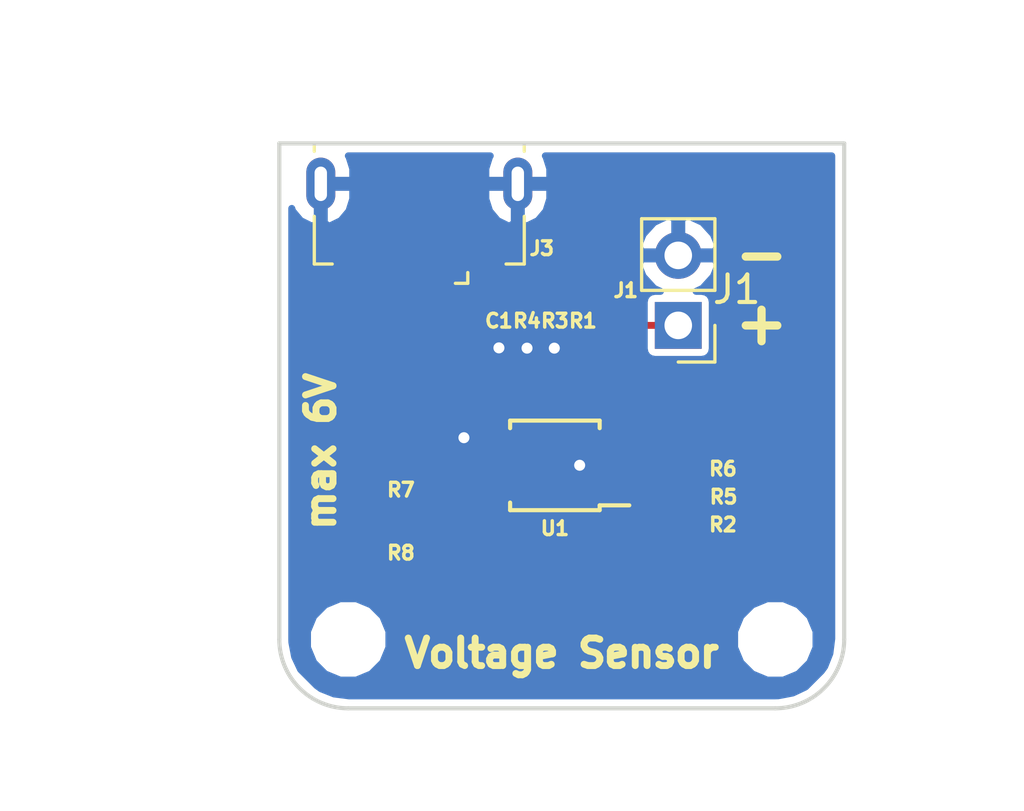
<source format=kicad_pcb>
(kicad_pcb (version 20171130) (host pcbnew 5.0.2-bee76a0~70~ubuntu16.04.1)

  (general
    (thickness 1.6)
    (drawings 14)
    (tracks 113)
    (zones 0)
    (modules 14)
    (nets 11)
  )

  (page A4)
  (layers
    (0 F.Cu signal)
    (31 B.Cu signal)
    (32 B.Adhes user hide)
    (33 F.Adhes user hide)
    (34 B.Paste user hide)
    (35 F.Paste user hide)
    (36 B.SilkS user hide)
    (37 F.SilkS user)
    (38 B.Mask user hide)
    (39 F.Mask user hide)
    (40 Dwgs.User user)
    (41 Cmts.User user hide)
    (42 Eco1.User user hide)
    (43 Eco2.User user hide)
    (44 Edge.Cuts user)
    (45 Margin user hide)
    (46 B.CrtYd user hide)
    (47 F.CrtYd user hide)
    (48 B.Fab user hide)
    (49 F.Fab user hide)
  )

  (setup
    (last_trace_width 0.25)
    (trace_clearance 0.2)
    (zone_clearance 0.25)
    (zone_45_only no)
    (trace_min 0.2)
    (segment_width 0.2)
    (edge_width 0.15)
    (via_size 0.8)
    (via_drill 0.4)
    (via_min_size 0.4)
    (via_min_drill 0.3)
    (uvia_size 0.3)
    (uvia_drill 0.1)
    (uvias_allowed no)
    (uvia_min_size 0.2)
    (uvia_min_drill 0.1)
    (pcb_text_width 0.3)
    (pcb_text_size 1.5 1.5)
    (mod_edge_width 0.15)
    (mod_text_size 1 1)
    (mod_text_width 0.15)
    (pad_size 2.2 2.2)
    (pad_drill 2.2)
    (pad_to_mask_clearance 0.2)
    (solder_mask_min_width 0.25)
    (aux_axis_origin 0 0)
    (grid_origin 140 85)
    (visible_elements 7FFFFF7F)
    (pcbplotparams
      (layerselection 0x00130_ffffffff)
      (usegerberextensions true)
      (usegerberattributes false)
      (usegerberadvancedattributes false)
      (creategerberjobfile false)
      (excludeedgelayer false)
      (linewidth 0.100000)
      (plotframeref false)
      (viasonmask false)
      (mode 1)
      (useauxorigin false)
      (hpglpennumber 1)
      (hpglpenspeed 20)
      (hpglpendiameter 15.000000)
      (psnegative false)
      (psa4output false)
      (plotreference true)
      (plotvalue true)
      (plotinvisibletext false)
      (padsonsilk true)
      (subtractmaskfromsilk false)
      (outputformat 4)
      (mirror false)
      (drillshape 2)
      (scaleselection 1)
      (outputdirectory "PDF/"))
  )

  (net 0 "")
  (net 1 GND)
  (net 2 +3V3)
  (net 3 /IN+)
  (net 4 /SCL)
  (net 5 "Net-(J3-Pad4)")
  (net 6 /SDA)
  (net 7 /A0)
  (net 8 /A1)
  (net 9 /ADDR)
  (net 10 /ALERT)

  (net_class Default "Dies ist die voreingestellte Netzklasse."
    (clearance 0.2)
    (trace_width 0.25)
    (via_dia 0.8)
    (via_drill 0.4)
    (uvia_dia 0.3)
    (uvia_drill 0.1)
    (add_net +3V3)
    (add_net /A0)
    (add_net /A1)
    (add_net /ADDR)
    (add_net /ALERT)
    (add_net /IN+)
    (add_net /SCL)
    (add_net /SDA)
    (add_net GND)
    (add_net "Net-(J3-Pad4)")
  )

  (module voltage_6V_fp:R_0402_1005Metric (layer F.Cu) (tedit 5C151212) (tstamp 5C151280)
    (at 154.5 98.8 180)
    (descr "Resistor SMD 0402 (1005 Metric), square (rectangular) end terminal, IPC_7351 nominal, (Body size source: http://www.tortai-tech.com/upload/download/2011102023233369053.pdf), generated with kicad-footprint-generator")
    (tags resistor)
    (path /5BFAE257)
    (attr smd)
    (fp_text reference R2 (at -1.598889 -0.035865 180) (layer F.SilkS)
      (effects (font (size 0.5 0.5) (thickness 0.125)))
    )
    (fp_text value 10K (at -1.852889 0.091135 180) (layer F.SilkS) hide
      (effects (font (size 0.5 0.5) (thickness 0.125)))
    )
    (fp_text user %R (at 0 0 180) (layer F.Fab)
      (effects (font (size 0.25 0.25) (thickness 0.04)))
    )
    (fp_line (start 0.93 0.47) (end -0.93 0.47) (layer F.CrtYd) (width 0.05))
    (fp_line (start 0.93 -0.47) (end 0.93 0.47) (layer F.CrtYd) (width 0.05))
    (fp_line (start -0.93 -0.47) (end 0.93 -0.47) (layer F.CrtYd) (width 0.05))
    (fp_line (start -0.93 0.47) (end -0.93 -0.47) (layer F.CrtYd) (width 0.05))
    (fp_line (start 0.5 0.25) (end -0.5 0.25) (layer F.Fab) (width 0.1))
    (fp_line (start 0.5 -0.25) (end 0.5 0.25) (layer F.Fab) (width 0.1))
    (fp_line (start -0.5 -0.25) (end 0.5 -0.25) (layer F.Fab) (width 0.1))
    (fp_line (start -0.5 0.25) (end -0.5 -0.25) (layer F.Fab) (width 0.1))
    (pad 2 smd roundrect (at 0.485 0 180) (size 0.59 0.64) (layers F.Cu F.Paste F.Mask) (roundrect_rratio 0.25)
      (net 8 /A1))
    (pad 1 smd roundrect (at -0.485 0 180) (size 0.59 0.64) (layers F.Cu F.Paste F.Mask) (roundrect_rratio 0.25)
      (net 2 +3V3))
    (model ${KISYS3DMOD}/Resistor_SMD.3dshapes/R_0402_1005Metric.wrl
      (at (xyz 0 0 0))
      (scale (xyz 1 1 1))
      (rotate (xyz 0 0 0))
    )
    (model ${KIPRJMOD}/3d_modules/R_0402_1005Metric.wrl
      (at (xyz 0 0 0))
      (scale (xyz 1 1 1))
      (rotate (xyz 0 0 0))
    )
  )

  (module voltage_6V_fp:R_0402_1005Metric (layer F.Cu) (tedit 5C151236) (tstamp 5C15122C)
    (at 154.5 96.775135 180)
    (descr "Resistor SMD 0402 (1005 Metric), square (rectangular) end terminal, IPC_7351 nominal, (Body size source: http://www.tortai-tech.com/upload/download/2011102023233369053.pdf), generated with kicad-footprint-generator")
    (tags resistor)
    (path /5BFAB59D)
    (attr smd)
    (fp_text reference R6 (at -1.598889 -0.035865 180) (layer F.SilkS)
      (effects (font (size 0.5 0.5) (thickness 0.125)))
    )
    (fp_text value 10K (at -1.852889 0.091135 180) (layer F.SilkS) hide
      (effects (font (size 0.5 0.5) (thickness 0.125)))
    )
    (fp_text user %R (at 0 0 180) (layer F.Fab)
      (effects (font (size 0.25 0.25) (thickness 0.04)))
    )
    (fp_line (start 0.93 0.47) (end -0.93 0.47) (layer F.CrtYd) (width 0.05))
    (fp_line (start 0.93 -0.47) (end 0.93 0.47) (layer F.CrtYd) (width 0.05))
    (fp_line (start -0.93 -0.47) (end 0.93 -0.47) (layer F.CrtYd) (width 0.05))
    (fp_line (start -0.93 0.47) (end -0.93 -0.47) (layer F.CrtYd) (width 0.05))
    (fp_line (start 0.5 0.25) (end -0.5 0.25) (layer F.Fab) (width 0.1))
    (fp_line (start 0.5 -0.25) (end 0.5 0.25) (layer F.Fab) (width 0.1))
    (fp_line (start -0.5 -0.25) (end 0.5 -0.25) (layer F.Fab) (width 0.1))
    (fp_line (start -0.5 0.25) (end -0.5 -0.25) (layer F.Fab) (width 0.1))
    (pad 2 smd roundrect (at 0.485 0 180) (size 0.59 0.64) (layers F.Cu F.Paste F.Mask) (roundrect_rratio 0.25)
      (net 10 /ALERT))
    (pad 1 smd roundrect (at -0.485 0 180) (size 0.59 0.64) (layers F.Cu F.Paste F.Mask) (roundrect_rratio 0.25)
      (net 2 +3V3))
    (model ${KISYS3DMOD}/Resistor_SMD.3dshapes/R_0402_1005Metric.wrl
      (at (xyz 0 0 0))
      (scale (xyz 1 1 1))
      (rotate (xyz 0 0 0))
    )
    (model ${KIPRJMOD}/3d_modules/R_0402_1005Metric.wrl
      (at (xyz 0 0 0))
      (scale (xyz 1 1 1))
      (rotate (xyz 0 0 0))
    )
  )

  (module voltage_6V_fp:R_0402_1005Metric (layer F.Cu) (tedit 5C151242) (tstamp 5C151256)
    (at 154.5 97.791135 180)
    (descr "Resistor SMD 0402 (1005 Metric), square (rectangular) end terminal, IPC_7351 nominal, (Body size source: http://www.tortai-tech.com/upload/download/2011102023233369053.pdf), generated with kicad-footprint-generator")
    (tags resistor)
    (path /5BFAA164)
    (attr smd)
    (fp_text reference R5 (at -1.621889 -0.035865 180) (layer F.SilkS)
      (effects (font (size 0.5 0.5) (thickness 0.125)))
    )
    (fp_text value 10K (at -1.875889 0.091135 180) (layer F.SilkS) hide
      (effects (font (size 0.5 0.5) (thickness 0.125)))
    )
    (fp_text user %R (at 0 0 180) (layer F.Fab)
      (effects (font (size 0.25 0.25) (thickness 0.04)))
    )
    (fp_line (start 0.93 0.47) (end -0.93 0.47) (layer F.CrtYd) (width 0.05))
    (fp_line (start 0.93 -0.47) (end 0.93 0.47) (layer F.CrtYd) (width 0.05))
    (fp_line (start -0.93 -0.47) (end 0.93 -0.47) (layer F.CrtYd) (width 0.05))
    (fp_line (start -0.93 0.47) (end -0.93 -0.47) (layer F.CrtYd) (width 0.05))
    (fp_line (start 0.5 0.25) (end -0.5 0.25) (layer F.Fab) (width 0.1))
    (fp_line (start 0.5 -0.25) (end 0.5 0.25) (layer F.Fab) (width 0.1))
    (fp_line (start -0.5 -0.25) (end 0.5 -0.25) (layer F.Fab) (width 0.1))
    (fp_line (start -0.5 0.25) (end -0.5 -0.25) (layer F.Fab) (width 0.1))
    (pad 2 smd roundrect (at 0.485 0 180) (size 0.59 0.64) (layers F.Cu F.Paste F.Mask) (roundrect_rratio 0.25)
      (net 9 /ADDR))
    (pad 1 smd roundrect (at -0.485 0 180) (size 0.59 0.64) (layers F.Cu F.Paste F.Mask) (roundrect_rratio 0.25)
      (net 2 +3V3))
    (model ${KISYS3DMOD}/Resistor_SMD.3dshapes/R_0402_1005Metric.wrl
      (at (xyz 0 0 0))
      (scale (xyz 1 1 1))
      (rotate (xyz 0 0 0))
    )
    (model ${KIPRJMOD}/3d_modules/R_0402_1005Metric.wrl
      (at (xyz 0 0 0))
      (scale (xyz 1 1 1))
      (rotate (xyz 0 0 0))
    )
  )

  (module voltage_6V_fp:TSSOP-10_3x3mm_P0.5mm (layer F.Cu) (tedit 5C151270) (tstamp 5C1511E2)
    (at 150.001 96.684 180)
    (descr "TSSOP10: plastic thin shrink small outline package; 10 leads; body width 3 mm; (see NXP SSOP-TSSOP-VSO-REFLOW.pdf and sot552-1_po.pdf)")
    (tags "SSOP 0.5")
    (path /5BFA9FC4)
    (attr smd)
    (fp_text reference U1 (at 0 -2.286 180) (layer F.SilkS)
      (effects (font (size 0.5 0.5) (thickness 0.125)))
    )
    (fp_text value ADS1115 (at 0 -2.54 180) (layer F.SilkS) hide
      (effects (font (size 0.5 0.5) (thickness 0.125)))
    )
    (fp_text user %R (at 0 0 180) (layer F.Fab) hide
      (effects (font (size 0.6 0.6) (thickness 0.15)))
    )
    (fp_line (start -1.625 -1.45) (end -2.7 -1.45) (layer F.SilkS) (width 0.15))
    (fp_line (start -1.625 1.625) (end 1.625 1.625) (layer F.SilkS) (width 0.15))
    (fp_line (start -1.625 -1.625) (end 1.625 -1.625) (layer F.SilkS) (width 0.15))
    (fp_line (start -1.625 1.625) (end -1.625 1.35) (layer F.SilkS) (width 0.15))
    (fp_line (start 1.625 1.625) (end 1.625 1.35) (layer F.SilkS) (width 0.15))
    (fp_line (start 1.625 -1.625) (end 1.625 -1.35) (layer F.SilkS) (width 0.15))
    (fp_line (start -1.625 -1.625) (end -1.625 -1.45) (layer F.SilkS) (width 0.15))
    (fp_line (start -2.95 1.8) (end 2.95 1.8) (layer F.CrtYd) (width 0.05))
    (fp_line (start -2.95 -1.8) (end 2.95 -1.8) (layer F.CrtYd) (width 0.05))
    (fp_line (start 2.95 -1.8) (end 2.95 1.8) (layer F.CrtYd) (width 0.05))
    (fp_line (start -2.95 -1.8) (end -2.95 1.8) (layer F.CrtYd) (width 0.05))
    (fp_line (start -1.5 -0.5) (end -0.5 -1.5) (layer F.Fab) (width 0.15))
    (fp_line (start -1.5 1.5) (end -1.5 -0.5) (layer F.Fab) (width 0.15))
    (fp_line (start 1.5 1.5) (end -1.5 1.5) (layer F.Fab) (width 0.15))
    (fp_line (start 1.5 -1.5) (end 1.5 1.5) (layer F.Fab) (width 0.15))
    (fp_line (start -0.5 -1.5) (end 1.5 -1.5) (layer F.Fab) (width 0.15))
    (pad 10 smd rect (at 2.15 -1 180) (size 1.1 0.25) (layers F.Cu F.Paste F.Mask)
      (net 4 /SCL))
    (pad 9 smd rect (at 2.15 -0.5 180) (size 1.1 0.25) (layers F.Cu F.Paste F.Mask)
      (net 6 /SDA))
    (pad 8 smd rect (at 2.15 0 180) (size 1.1 0.25) (layers F.Cu F.Paste F.Mask)
      (net 2 +3V3))
    (pad 7 smd rect (at 2.15 0.5 180) (size 1.1 0.25) (layers F.Cu F.Paste F.Mask)
      (net 8 /A1))
    (pad 6 smd rect (at 2.15 1 180) (size 1.1 0.25) (layers F.Cu F.Paste F.Mask)
      (net 1 GND))
    (pad 5 smd rect (at -2.15 1 180) (size 1.1 0.25) (layers F.Cu F.Paste F.Mask)
      (net 8 /A1))
    (pad 4 smd rect (at -2.15 0.5 180) (size 1.1 0.25) (layers F.Cu F.Paste F.Mask)
      (net 7 /A0))
    (pad 3 smd rect (at -2.15 0 180) (size 1.1 0.25) (layers F.Cu F.Paste F.Mask)
      (net 1 GND))
    (pad 2 smd rect (at -2.15 -0.5 180) (size 1.1 0.25) (layers F.Cu F.Paste F.Mask)
      (net 10 /ALERT))
    (pad 1 smd rect (at -2.15 -1 180) (size 1.1 0.25) (layers F.Cu F.Paste F.Mask)
      (net 9 /ADDR))
    (model ${KISYS3DMOD}/Package_SO.3dshapes/TSSOP-10_3x3mm_P0.5mm.wrl
      (at (xyz 0 0 0))
      (scale (xyz 1 1 1))
      (rotate (xyz 0 0 0))
    )
    (model ${KIPRJMOD}/3d_modules/TSSOP-10_3x3mm_P0.5mm.wrl
      (at (xyz 0 0 0))
      (scale (xyz 1 1 1))
      (rotate (xyz 0 0 0))
    )
  )

  (module voltage_6V_fp:R_0402_1005Metric (layer F.Cu) (tedit 5C15119D) (tstamp 5C1511A8)
    (at 151.017 93.636 270)
    (descr "Resistor SMD 0402 (1005 Metric), square (rectangular) end terminal, IPC_7351 nominal, (Body size source: http://www.tortai-tech.com/upload/download/2011102023233369053.pdf), generated with kicad-footprint-generator")
    (tags resistor)
    (path /5BFAFC3F)
    (attr smd)
    (fp_text reference R1 (at -2.197 0) (layer F.SilkS)
      (effects (font (size 0.5 0.5) (thickness 0.125)))
    )
    (fp_text value 10K (at -1.778 0 270) (layer F.SilkS) hide
      (effects (font (size 0.5 0.5) (thickness 0.125)))
    )
    (fp_text user %R (at 0 0 270) (layer F.Fab)
      (effects (font (size 0.25 0.25) (thickness 0.04)))
    )
    (fp_line (start 0.93 0.47) (end -0.93 0.47) (layer F.CrtYd) (width 0.05))
    (fp_line (start 0.93 -0.47) (end 0.93 0.47) (layer F.CrtYd) (width 0.05))
    (fp_line (start -0.93 -0.47) (end 0.93 -0.47) (layer F.CrtYd) (width 0.05))
    (fp_line (start -0.93 0.47) (end -0.93 -0.47) (layer F.CrtYd) (width 0.05))
    (fp_line (start 0.5 0.25) (end -0.5 0.25) (layer F.Fab) (width 0.1))
    (fp_line (start 0.5 -0.25) (end 0.5 0.25) (layer F.Fab) (width 0.1))
    (fp_line (start -0.5 -0.25) (end 0.5 -0.25) (layer F.Fab) (width 0.1))
    (fp_line (start -0.5 0.25) (end -0.5 -0.25) (layer F.Fab) (width 0.1))
    (pad 2 smd roundrect (at 0.485 0 270) (size 0.59 0.64) (layers F.Cu F.Paste F.Mask) (roundrect_rratio 0.25)
      (net 7 /A0))
    (pad 1 smd roundrect (at -0.485 0 270) (size 0.59 0.64) (layers F.Cu F.Paste F.Mask) (roundrect_rratio 0.25)
      (net 3 /IN+))
    (model ${KISYS3DMOD}/Resistor_SMD.3dshapes/R_0402_1005Metric.wrl
      (at (xyz 0 0 0))
      (scale (xyz 1 1 1))
      (rotate (xyz 0 0 0))
    )
    (model ${KIPRJMOD}/3d_modules/R_0402_1005Metric.wrl
      (at (xyz 0 0 0))
      (scale (xyz 1 1 1))
      (rotate (xyz 0 0 0))
    )
  )

  (module voltage_6V_fp:R_0402_1005Metric (layer F.Cu) (tedit 5C1511C4) (tstamp 5C15117E)
    (at 150.001 93.636 90)
    (descr "Resistor SMD 0402 (1005 Metric), square (rectangular) end terminal, IPC_7351 nominal, (Body size source: http://www.tortai-tech.com/upload/download/2011102023233369053.pdf), generated with kicad-footprint-generator")
    (tags resistor)
    (path /5BFAFC38)
    (attr smd)
    (fp_text reference R3 (at 2.197 0 180) (layer F.SilkS)
      (effects (font (size 0.5 0.5) (thickness 0.125)))
    )
    (fp_text value 10K (at 1.778 0 90) (layer F.SilkS) hide
      (effects (font (size 0.5 0.5) (thickness 0.125)))
    )
    (fp_text user %R (at 0 0 90) (layer F.Fab)
      (effects (font (size 0.25 0.25) (thickness 0.04)))
    )
    (fp_line (start 0.93 0.47) (end -0.93 0.47) (layer F.CrtYd) (width 0.05))
    (fp_line (start 0.93 -0.47) (end 0.93 0.47) (layer F.CrtYd) (width 0.05))
    (fp_line (start -0.93 -0.47) (end 0.93 -0.47) (layer F.CrtYd) (width 0.05))
    (fp_line (start -0.93 0.47) (end -0.93 -0.47) (layer F.CrtYd) (width 0.05))
    (fp_line (start 0.5 0.25) (end -0.5 0.25) (layer F.Fab) (width 0.1))
    (fp_line (start 0.5 -0.25) (end 0.5 0.25) (layer F.Fab) (width 0.1))
    (fp_line (start -0.5 -0.25) (end 0.5 -0.25) (layer F.Fab) (width 0.1))
    (fp_line (start -0.5 0.25) (end -0.5 -0.25) (layer F.Fab) (width 0.1))
    (pad 2 smd roundrect (at 0.485 0 90) (size 0.59 0.64) (layers F.Cu F.Paste F.Mask) (roundrect_rratio 0.25)
      (net 1 GND))
    (pad 1 smd roundrect (at -0.485 0 90) (size 0.59 0.64) (layers F.Cu F.Paste F.Mask) (roundrect_rratio 0.25)
      (net 7 /A0))
    (model ${KISYS3DMOD}/Resistor_SMD.3dshapes/R_0402_1005Metric.wrl
      (at (xyz 0 0 0))
      (scale (xyz 1 1 1))
      (rotate (xyz 0 0 0))
    )
    (model ${KIPRJMOD}/3d_modules/R_0402_1005Metric.wrl
      (at (xyz 0 0 0))
      (scale (xyz 1 1 1))
      (rotate (xyz 0 0 0))
    )
  )

  (module voltage_6V_fp:R_0402_1005Metric (layer F.Cu) (tedit 5C1511D2) (tstamp 5C15112A)
    (at 148.985 93.636 90)
    (descr "Resistor SMD 0402 (1005 Metric), square (rectangular) end terminal, IPC_7351 nominal, (Body size source: http://www.tortai-tech.com/upload/download/2011102023233369053.pdf), generated with kicad-footprint-generator")
    (tags resistor)
    (path /5BFAE177)
    (attr smd)
    (fp_text reference R4 (at 2.197 0 180) (layer F.SilkS)
      (effects (font (size 0.5 0.5) (thickness 0.125)))
    )
    (fp_text value 4.7K (at 1.905 0 90) (layer F.SilkS) hide
      (effects (font (size 0.5 0.5) (thickness 0.125)))
    )
    (fp_text user %R (at 0 0 90) (layer F.Fab)
      (effects (font (size 0.25 0.25) (thickness 0.04)))
    )
    (fp_line (start 0.93 0.47) (end -0.93 0.47) (layer F.CrtYd) (width 0.05))
    (fp_line (start 0.93 -0.47) (end 0.93 0.47) (layer F.CrtYd) (width 0.05))
    (fp_line (start -0.93 -0.47) (end 0.93 -0.47) (layer F.CrtYd) (width 0.05))
    (fp_line (start -0.93 0.47) (end -0.93 -0.47) (layer F.CrtYd) (width 0.05))
    (fp_line (start 0.5 0.25) (end -0.5 0.25) (layer F.Fab) (width 0.1))
    (fp_line (start 0.5 -0.25) (end 0.5 0.25) (layer F.Fab) (width 0.1))
    (fp_line (start -0.5 -0.25) (end 0.5 -0.25) (layer F.Fab) (width 0.1))
    (fp_line (start -0.5 0.25) (end -0.5 -0.25) (layer F.Fab) (width 0.1))
    (pad 2 smd roundrect (at 0.485 0 90) (size 0.59 0.64) (layers F.Cu F.Paste F.Mask) (roundrect_rratio 0.25)
      (net 1 GND))
    (pad 1 smd roundrect (at -0.485 0 90) (size 0.59 0.64) (layers F.Cu F.Paste F.Mask) (roundrect_rratio 0.25)
      (net 8 /A1))
    (model ${KISYS3DMOD}/Resistor_SMD.3dshapes/R_0402_1005Metric.wrl
      (at (xyz 0 0 0))
      (scale (xyz 1 1 1))
      (rotate (xyz 0 0 0))
    )
    (model ${KIPRJMOD}/3d_modules/R_0402_1005Metric.wrl
      (at (xyz 0 0 0))
      (scale (xyz 1 1 1))
      (rotate (xyz 0 0 0))
    )
  )

  (module voltage_6V_fp:C_0402_1005Metric (layer F.Cu) (tedit 5C1511F4) (tstamp 5C1522AB)
    (at 147.969 93.636 270)
    (descr "Capacitor SMD 0402 (1005 Metric), square (rectangular) end terminal, IPC_7351 nominal, (Body size source: http://www.tortai-tech.com/upload/download/2011102023233369053.pdf), generated with kicad-footprint-generator")
    (tags capacitor)
    (path /5BFAA0D8)
    (attr smd)
    (fp_text reference C1 (at -2.197 0) (layer F.SilkS)
      (effects (font (size 0.5 0.5) (thickness 0.125)))
    )
    (fp_text value 0.1uF (at -2.032 0 270) (layer F.SilkS) hide
      (effects (font (size 0.5 0.5) (thickness 0.125)))
    )
    (fp_line (start -0.5 0.25) (end -0.5 -0.25) (layer F.Fab) (width 0.1))
    (fp_line (start -0.5 -0.25) (end 0.5 -0.25) (layer F.Fab) (width 0.1))
    (fp_line (start 0.5 -0.25) (end 0.5 0.25) (layer F.Fab) (width 0.1))
    (fp_line (start 0.5 0.25) (end -0.5 0.25) (layer F.Fab) (width 0.1))
    (fp_line (start -0.93 0.47) (end -0.93 -0.47) (layer F.CrtYd) (width 0.05))
    (fp_line (start -0.93 -0.47) (end 0.93 -0.47) (layer F.CrtYd) (width 0.05))
    (fp_line (start 0.93 -0.47) (end 0.93 0.47) (layer F.CrtYd) (width 0.05))
    (fp_line (start 0.93 0.47) (end -0.93 0.47) (layer F.CrtYd) (width 0.05))
    (fp_text user %R (at 0 0 270) (layer F.Fab)
      (effects (font (size 0.25 0.25) (thickness 0.04)))
    )
    (pad 1 smd roundrect (at -0.485 0 270) (size 0.59 0.64) (layers F.Cu F.Paste F.Mask) (roundrect_rratio 0.25)
      (net 1 GND))
    (pad 2 smd roundrect (at 0.485 0 270) (size 0.59 0.64) (layers F.Cu F.Paste F.Mask) (roundrect_rratio 0.25)
      (net 2 +3V3))
    (model ${KISYS3DMOD}/Capacitor_SMD.3dshapes/C_0402_1005Metric.wrl
      (at (xyz 0 0 0))
      (scale (xyz 1 1 1))
      (rotate (xyz 0 0 0))
    )
    (model ${KIPRJMOD}/3d_modules/C_0402.wrl
      (at (xyz 0 0 0))
      (scale (xyz 1 1 1))
      (rotate (xyz 0 0 0))
    )
  )

  (module voltage_6V_fp:R_0402_1005Metric (layer F.Cu) (tedit 5C151294) (tstamp 5C151100)
    (at 145.937 97.573)
    (descr "Resistor SMD 0402 (1005 Metric), square (rectangular) end terminal, IPC_7351 nominal, (Body size source: http://www.tortai-tech.com/upload/download/2011102023233369053.pdf), generated with kicad-footprint-generator")
    (tags resistor)
    (path /5BFAAC63)
    (attr smd)
    (fp_text reference R7 (at -1.524 0) (layer F.SilkS)
      (effects (font (size 0.5 0.5) (thickness 0.125)))
    )
    (fp_text value 10K (at -1.778 0) (layer F.SilkS) hide
      (effects (font (size 0.5 0.5) (thickness 0.125)))
    )
    (fp_text user %R (at 0 0) (layer F.Fab)
      (effects (font (size 0.25 0.25) (thickness 0.04)))
    )
    (fp_line (start 0.93 0.47) (end -0.93 0.47) (layer F.CrtYd) (width 0.05))
    (fp_line (start 0.93 -0.47) (end 0.93 0.47) (layer F.CrtYd) (width 0.05))
    (fp_line (start -0.93 -0.47) (end 0.93 -0.47) (layer F.CrtYd) (width 0.05))
    (fp_line (start -0.93 0.47) (end -0.93 -0.47) (layer F.CrtYd) (width 0.05))
    (fp_line (start 0.5 0.25) (end -0.5 0.25) (layer F.Fab) (width 0.1))
    (fp_line (start 0.5 -0.25) (end 0.5 0.25) (layer F.Fab) (width 0.1))
    (fp_line (start -0.5 -0.25) (end 0.5 -0.25) (layer F.Fab) (width 0.1))
    (fp_line (start -0.5 0.25) (end -0.5 -0.25) (layer F.Fab) (width 0.1))
    (pad 2 smd roundrect (at 0.485 0) (size 0.59 0.64) (layers F.Cu F.Paste F.Mask) (roundrect_rratio 0.25)
      (net 4 /SCL))
    (pad 1 smd roundrect (at -0.485 0) (size 0.59 0.64) (layers F.Cu F.Paste F.Mask) (roundrect_rratio 0.25)
      (net 2 +3V3))
    (model ${KISYS3DMOD}/Resistor_SMD.3dshapes/R_0402_1005Metric.wrl
      (at (xyz 0 0 0))
      (scale (xyz 1 1 1))
      (rotate (xyz 0 0 0))
    )
    (model ${KIPRJMOD}/3d_modules/R_0402_1005Metric.wrl
      (at (xyz 0 0 0))
      (scale (xyz 1 1 1))
      (rotate (xyz 0 0 0))
    )
  )

  (module voltage_6V_fp:R_0402_1005Metric (layer F.Cu) (tedit 5C151282) (tstamp 5C151154)
    (at 145.937 99.859)
    (descr "Resistor SMD 0402 (1005 Metric), square (rectangular) end terminal, IPC_7351 nominal, (Body size source: http://www.tortai-tech.com/upload/download/2011102023233369053.pdf), generated with kicad-footprint-generator")
    (tags resistor)
    (path /5BFAABF9)
    (attr smd)
    (fp_text reference R8 (at -1.524 0) (layer F.SilkS)
      (effects (font (size 0.5 0.5) (thickness 0.125)))
    )
    (fp_text value 10k (at -1.778 0) (layer F.SilkS) hide
      (effects (font (size 0.5 0.5) (thickness 0.125)))
    )
    (fp_text user %R (at 0 0) (layer F.Fab)
      (effects (font (size 0.25 0.25) (thickness 0.04)))
    )
    (fp_line (start 0.93 0.47) (end -0.93 0.47) (layer F.CrtYd) (width 0.05))
    (fp_line (start 0.93 -0.47) (end 0.93 0.47) (layer F.CrtYd) (width 0.05))
    (fp_line (start -0.93 -0.47) (end 0.93 -0.47) (layer F.CrtYd) (width 0.05))
    (fp_line (start -0.93 0.47) (end -0.93 -0.47) (layer F.CrtYd) (width 0.05))
    (fp_line (start 0.5 0.25) (end -0.5 0.25) (layer F.Fab) (width 0.1))
    (fp_line (start 0.5 -0.25) (end 0.5 0.25) (layer F.Fab) (width 0.1))
    (fp_line (start -0.5 -0.25) (end 0.5 -0.25) (layer F.Fab) (width 0.1))
    (fp_line (start -0.5 0.25) (end -0.5 -0.25) (layer F.Fab) (width 0.1))
    (pad 2 smd roundrect (at 0.485 0) (size 0.59 0.64) (layers F.Cu F.Paste F.Mask) (roundrect_rratio 0.25)
      (net 6 /SDA))
    (pad 1 smd roundrect (at -0.485 0) (size 0.59 0.64) (layers F.Cu F.Paste F.Mask) (roundrect_rratio 0.25)
      (net 2 +3V3))
    (model ${KISYS3DMOD}/Resistor_SMD.3dshapes/R_0402_1005Metric.wrl
      (at (xyz 0 0 0))
      (scale (xyz 1 1 1))
      (rotate (xyz 0 0 0))
    )
    (model ${KIPRJMOD}/3d_modules/R_0402_1005Metric.wrl
      (at (xyz 0 0 0))
      (scale (xyz 1 1 1))
      (rotate (xyz 0 0 0))
    )
  )

  (module voltage_6V_fp:MountingHole_2.2mm_M2 (layer F.Cu) (tedit 5C151567) (tstamp 5C18BB70)
    (at 158 103)
    (descr "Mounting Hole 2.2mm, no annular, M2")
    (tags "mounting hole 2.2mm no annular m2")
    (attr virtual)
    (fp_text reference REF** (at 0 -3.2) (layer F.SilkS) hide
      (effects (font (size 1 1) (thickness 0.15)))
    )
    (fp_text value MountingHole_2.2mm_M2 (at 0 3.2) (layer F.Fab) hide
      (effects (font (size 1 1) (thickness 0.15)))
    )
    (fp_circle (center 0 0) (end 2.45 0) (layer F.CrtYd) (width 0.05))
    (fp_circle (center 0 0) (end 2.2 0) (layer Cmts.User) (width 0.15))
    (fp_text user %R (at 0.3 0) (layer F.Fab) hide
      (effects (font (size 1 1) (thickness 0.15)))
    )
    (pad "" np_thru_hole circle (at 0 0) (size 2.2 2.2) (drill 2.2) (layers *.Cu *.Mask))
  )

  (module MountingHole:MountingHole_2.2mm_M2 (layer F.Cu) (tedit 5C15156C) (tstamp 5C152E30)
    (at 142.5 103)
    (descr "Mounting Hole 2.2mm, no annular, M2")
    (tags "mounting hole 2.2mm no annular m2")
    (attr virtual)
    (fp_text reference REF** (at 0 -3.2) (layer F.SilkS) hide
      (effects (font (size 1 1) (thickness 0.15)))
    )
    (fp_text value MountingHole_2.2mm_M2 (at 0 3.2) (layer F.Fab) hide
      (effects (font (size 1 1) (thickness 0.15)))
    )
    (fp_circle (center 0 0) (end 2.45 0) (layer F.CrtYd) (width 0.05))
    (fp_circle (center 0 0) (end 2.2 0) (layer Cmts.User) (width 0.15))
    (fp_text user %R (at 0.3 0) (layer F.Fab) hide
      (effects (font (size 1 1) (thickness 0.15)))
    )
    (pad "" np_thru_hole circle (at 0 0) (size 2.2 2.2) (drill 2.2) (layers *.Cu *.Mask))
  )

  (module voltage_6V_fp:USB_Micro-B_GCT_USB3076-30-A (layer F.Cu) (tedit 5C151635) (tstamp 5C0C4C8F)
    (at 145.08 87.667 180)
    (descr "GCT Micro USB https://gct.co/files/drawings/usb3076.pdf")
    (tags "Micro-USB SMD Typ-B GCT")
    (path /5BFC9254)
    (attr smd)
    (fp_text reference J3 (at -4.445 -1.143 180) (layer F.SilkS)
      (effects (font (size 0.5 0.5) (thickness 0.125)))
    )
    (fp_text value USB_B_Micro (at 0 5.2 180) (layer F.Fab) hide
      (effects (font (size 1 1) (thickness 0.15)))
    )
    (fp_line (start -4.6 4.45) (end 4.6 4.45) (layer F.CrtYd) (width 0.05))
    (fp_line (start 4.6 -2.65) (end 4.6 4.45) (layer F.CrtYd) (width 0.05))
    (fp_line (start -4.6 -2.65) (end 4.6 -2.65) (layer F.CrtYd) (width 0.05))
    (fp_line (start -4.6 4.45) (end -4.6 -2.65) (layer F.CrtYd) (width 0.05))
    (fp_text user "PCB Edge" (at 0 2.65 180) (layer Dwgs.User)
      (effects (font (size 0.5 0.5) (thickness 0.08)))
    )
    (fp_line (start -3.81 -1.71) (end -3.15 -1.71) (layer F.SilkS) (width 0.12))
    (fp_line (start -3.81 0.02) (end -3.81 -1.71) (layer F.SilkS) (width 0.12))
    (fp_line (start 3.81 2.59) (end 3.81 2.38) (layer F.SilkS) (width 0.12))
    (fp_line (start 3.7 3.95) (end 3.7 -1.6) (layer F.Fab) (width 0.1))
    (fp_line (start -3 2.65) (end 3 2.65) (layer F.Fab) (width 0.1))
    (fp_line (start -3.7 3.95) (end 3.7 3.95) (layer F.Fab) (width 0.1))
    (fp_line (start -3.7 -1.6) (end 3.7 -1.6) (layer F.Fab) (width 0.1))
    (fp_line (start -3.7 3.95) (end -3.7 -1.6) (layer F.Fab) (width 0.1))
    (fp_line (start -3.81 2.59) (end -3.81 2.38) (layer F.SilkS) (width 0.12))
    (fp_line (start 3.81 0.02) (end 3.81 -1.71) (layer F.SilkS) (width 0.12))
    (fp_line (start 3.81 -1.71) (end 3.16 -1.71) (layer F.SilkS) (width 0.12))
    (fp_text user %R (at 0 0.85 180) (layer F.Fab)
      (effects (font (size 1 1) (thickness 0.15)))
    )
    (fp_line (start -1.76 -2.41) (end -1.31 -2.41) (layer F.SilkS) (width 0.12))
    (fp_line (start -1.76 -2.41) (end -1.76 -2.02) (layer F.SilkS) (width 0.12))
    (fp_line (start -1.3 -1.75) (end -1.5 -1.95) (layer F.Fab) (width 0.1))
    (fp_line (start -1.1 -1.95) (end -1.3 -1.75) (layer F.Fab) (width 0.1))
    (fp_line (start -1.5 -2.16) (end -1.1 -2.16) (layer F.Fab) (width 0.1))
    (fp_line (start -1.5 -2.16) (end -1.5 -1.95) (layer F.Fab) (width 0.1))
    (fp_line (start -1.1 -2.16) (end -1.1 -1.95) (layer F.Fab) (width 0.1))
    (pad 6 smd rect (at 1.125 1.2 180) (size 1.75 1.9) (layers F.Cu F.Paste F.Mask)
      (net 1 GND))
    (pad 2 smd rect (at -0.65 -1.45 180) (size 0.4 1.4) (layers F.Cu F.Paste F.Mask)
      (net 4 /SCL))
    (pad 1 smd rect (at -1.3 -1.45 180) (size 0.4 1.4) (layers F.Cu F.Paste F.Mask)
      (net 2 +3V3))
    (pad 5 smd rect (at 1.3 -1.45 180) (size 0.4 1.4) (layers F.Cu F.Paste F.Mask)
      (net 1 GND))
    (pad 4 smd rect (at 0.65 -1.45 180) (size 0.4 1.4) (layers F.Cu F.Paste F.Mask)
      (net 5 "Net-(J3-Pad4)"))
    (pad 3 smd rect (at 0 -1.45 180) (size 0.4 1.4) (layers F.Cu F.Paste F.Mask)
      (net 6 /SDA))
    (pad 6 smd rect (at -1.125 1.2 180) (size 1.75 1.9) (layers F.Cu F.Paste F.Mask)
      (net 1 GND))
    (pad 6 thru_hole oval (at -3.575 1.2) (size 1.05 1.9) (drill oval 0.45 1.25) (layers *.Cu *.Mask)
      (net 1 GND))
    (pad 6 thru_hole oval (at 3.575 1.2 180) (size 1.05 1.9) (drill oval 0.45 1.25) (layers *.Cu *.Mask)
      (net 1 GND))
    (pad 6 smd rect (at 2.32 -1.03 180) (size 1.15 1.45) (layers F.Cu F.Paste F.Mask)
      (net 1 GND))
    (pad 6 smd rect (at -2.32 -1.03 180) (size 1.15 1.45) (layers F.Cu F.Paste F.Mask)
      (net 1 GND))
    (model ${KISYS3DMOD}/Connector_USB.3dshapes/USB_Micro-B_GCT_USB3076-30-A.wrl
      (at (xyz 0 0 0))
      (scale (xyz 1 1 1))
      (rotate (xyz 0 0 0))
    )
    (model ${KIPRJMOD}/3d_modules/MicroUSB-B_seeed.wrl
      (at (xyz 0 0 0))
      (scale (xyz 1 1 1))
      (rotate (xyz 0 0 0))
    )
  )

  (module voltage_6V_fp:PinHeader_1x02_P2.54mm_Vertical (layer F.Cu) (tedit 5C151560) (tstamp 5C150F0F)
    (at 154.478 91.604 180)
    (descr "Through hole straight pin header, 1x02, 2.54mm pitch, single row")
    (tags "Through hole pin header THT 1x02 2.54mm single row")
    (path /5C0C7FD2)
    (fp_text reference J1 (at 1.905 1.27 180) (layer F.SilkS)
      (effects (font (size 0.5 0.5) (thickness 0.125)))
    )
    (fp_text value INPUT (at 0 4.87 180) (layer F.Fab) hide
      (effects (font (size 1 1) (thickness 0.15)))
    )
    (fp_line (start -0.635 -1.27) (end 1.27 -1.27) (layer F.Fab) (width 0.1))
    (fp_line (start 1.27 -1.27) (end 1.27 3.81) (layer F.Fab) (width 0.1))
    (fp_line (start 1.27 3.81) (end -1.27 3.81) (layer F.Fab) (width 0.1))
    (fp_line (start -1.27 3.81) (end -1.27 -0.635) (layer F.Fab) (width 0.1))
    (fp_line (start -1.27 -0.635) (end -0.635 -1.27) (layer F.Fab) (width 0.1))
    (fp_line (start -1.33 3.87) (end 1.33 3.87) (layer F.SilkS) (width 0.12))
    (fp_line (start -1.33 1.27) (end -1.33 3.87) (layer F.SilkS) (width 0.12))
    (fp_line (start 1.33 1.27) (end 1.33 3.87) (layer F.SilkS) (width 0.12))
    (fp_line (start -1.33 1.27) (end 1.33 1.27) (layer F.SilkS) (width 0.12))
    (fp_line (start -1.33 0) (end -1.33 -1.33) (layer F.SilkS) (width 0.12))
    (fp_line (start -1.33 -1.33) (end 0 -1.33) (layer F.SilkS) (width 0.12))
    (fp_line (start -1.8 -1.8) (end -1.8 4.35) (layer F.CrtYd) (width 0.05))
    (fp_line (start -1.8 4.35) (end 1.8 4.35) (layer F.CrtYd) (width 0.05))
    (fp_line (start 1.8 4.35) (end 1.8 -1.8) (layer F.CrtYd) (width 0.05))
    (fp_line (start 1.8 -1.8) (end -1.8 -1.8) (layer F.CrtYd) (width 0.05))
    (fp_text user %R (at -2.122 1.304) (layer F.SilkS)
      (effects (font (size 1 1) (thickness 0.15)))
    )
    (pad 1 thru_hole rect (at 0 0 180) (size 1.7 1.7) (drill 1) (layers *.Cu *.Mask)
      (net 3 /IN+))
    (pad 2 thru_hole oval (at 0 2.54 180) (size 1.7 1.7) (drill 1) (layers *.Cu *.Mask)
      (net 1 GND))
    (model ${KIPRJMOD}/3d_modules/PinHeader_1x02_P2.54mm_Vertical.step
      (at (xyz 0 0 0))
      (scale (xyz 1 1 1))
      (rotate (xyz 0 0 0))
    )
  )

  (dimension 15.5 (width 0.3) (layer Dwgs.User)
    (gr_text "15.500 mm" (at 150.25 110.6) (layer Dwgs.User)
      (effects (font (size 1.5 1.5) (thickness 0.3)))
    )
    (feature1 (pts (xy 158 105.5) (xy 158 109.086421)))
    (feature2 (pts (xy 142.5 105.5) (xy 142.5 109.086421)))
    (crossbar (pts (xy 142.5 108.5) (xy 158 108.5)))
    (arrow1a (pts (xy 158 108.5) (xy 156.873496 109.086421)))
    (arrow1b (pts (xy 158 108.5) (xy 156.873496 107.913579)))
    (arrow2a (pts (xy 142.5 108.5) (xy 143.626504 109.086421)))
    (arrow2b (pts (xy 142.5 108.5) (xy 143.626504 107.913579)))
  )
  (dimension 18 (width 0.3) (layer Dwgs.User)
    (gr_text "18.000 mm" (at 165.1 94 270) (layer Dwgs.User)
      (effects (font (size 1.5 1.5) (thickness 0.3)))
    )
    (feature1 (pts (xy 160.5 103) (xy 163.586421 103)))
    (feature2 (pts (xy 160.5 85) (xy 163.586421 85)))
    (crossbar (pts (xy 163 85) (xy 163 103)))
    (arrow1a (pts (xy 163 103) (xy 162.413579 101.873496)))
    (arrow1b (pts (xy 163 103) (xy 163.586421 101.873496)))
    (arrow2a (pts (xy 163 85) (xy 162.413579 86.126504)))
    (arrow2b (pts (xy 163 85) (xy 163.586421 86.126504)))
  )
  (dimension 20.5 (width 0.3) (layer Dwgs.User)
    (gr_text "20.500 mm" (at 135.4 95.25 270) (layer Dwgs.User)
      (effects (font (size 1.5 1.5) (thickness 0.3)))
    )
    (feature1 (pts (xy 140 105.5) (xy 136.913579 105.5)))
    (feature2 (pts (xy 140 85) (xy 136.913579 85)))
    (crossbar (pts (xy 137.5 85) (xy 137.5 105.5)))
    (arrow1a (pts (xy 137.5 105.5) (xy 136.913579 104.373496)))
    (arrow1b (pts (xy 137.5 105.5) (xy 138.086421 104.373496)))
    (arrow2a (pts (xy 137.5 85) (xy 136.913579 86.126504)))
    (arrow2b (pts (xy 137.5 85) (xy 138.086421 86.126504)))
  )
  (gr_text - (at 157.5 89) (layer F.SilkS)
    (effects (font (size 1.5 1.5) (thickness 0.3)))
  )
  (gr_text + (at 157.5 91.5) (layer F.SilkS)
    (effects (font (size 1.5 1.5) (thickness 0.3)))
  )
  (dimension 20.5 (width 0.3) (layer Dwgs.User)
    (gr_text "20.500 mm" (at 150.25 80.9) (layer Dwgs.User)
      (effects (font (size 1.5 1.5) (thickness 0.3)))
    )
    (feature1 (pts (xy 160.5 85) (xy 160.5 82.413579)))
    (feature2 (pts (xy 140 85) (xy 140 82.413579)))
    (crossbar (pts (xy 140 83) (xy 160.5 83)))
    (arrow1a (pts (xy 160.5 83) (xy 159.373496 83.586421)))
    (arrow1b (pts (xy 160.5 83) (xy 159.373496 82.413579)))
    (arrow2a (pts (xy 140 83) (xy 141.126504 83.586421)))
    (arrow2b (pts (xy 140 83) (xy 141.126504 82.413579)))
  )
  (gr_arc (start 158 103) (end 158 105.5) (angle -90) (layer Edge.Cuts) (width 0.15) (tstamp 5C152F05))
  (gr_arc (start 142.5 103) (end 140 103) (angle -90) (layer Edge.Cuts) (width 0.15))
  (gr_line (start 142.5 105.5) (end 158 105.5) (layer Edge.Cuts) (width 0.15))
  (gr_text "max 6V" (at 141.5 96.176 90) (layer F.SilkS)
    (effects (font (size 1 1) (thickness 0.25)))
  )
  (gr_line (start 140 85) (end 140 103) (layer Edge.Cuts) (width 0.15))
  (gr_text "Voltage Sensor" (at 150.25 103.5) (layer F.SilkS)
    (effects (font (size 1 1) (thickness 0.25)))
  )
  (gr_line (start 160.5 85) (end 160.5 103) (layer Edge.Cuts) (width 0.15) (tstamp 5C12B05C))
  (gr_line (start 140 85) (end 160.5 85) (layer Edge.Cuts) (width 0.15))

  (segment (start 143.18 89.117) (end 142.76 88.697) (width 0.25) (layer F.Cu) (net 1))
  (segment (start 143.78 89.117) (end 143.18 89.117) (width 0.25) (layer F.Cu) (net 1))
  (segment (start 141.505 87.667) (end 141.505 86.467) (width 0.25) (layer F.Cu) (net 1))
  (segment (start 141.505 88.267) (end 141.505 87.667) (width 0.25) (layer F.Cu) (net 1))
  (segment (start 141.935 88.697) (end 141.505 88.267) (width 0.25) (layer F.Cu) (net 1))
  (segment (start 142.76 88.697) (end 141.935 88.697) (width 0.25) (layer F.Cu) (net 1))
  (segment (start 141.505 86.467) (end 143.955 86.467) (width 0.25) (layer F.Cu) (net 1))
  (segment (start 146.205 86.467) (end 143.955 86.467) (width 0.25) (layer F.Cu) (net 1))
  (segment (start 146.205 86.467) (end 148.655 86.467) (width 0.25) (layer F.Cu) (net 1))
  (segment (start 148.655 87.667) (end 148.655 86.467) (width 0.25) (layer F.Cu) (net 1))
  (segment (start 148.655 88.267) (end 148.655 87.667) (width 0.25) (layer F.Cu) (net 1))
  (segment (start 148.225 88.697) (end 148.655 88.267) (width 0.25) (layer F.Cu) (net 1))
  (segment (start 147.4 88.697) (end 148.225 88.697) (width 0.25) (layer F.Cu) (net 1))
  (segment (start 147.969 92.421) (end 147.97 92.42) (width 0.25) (layer F.Cu) (net 1))
  (via (at 147.97 92.42) (size 0.8) (drill 0.4) (layers F.Cu B.Cu) (net 1))
  (segment (start 147.969 93.151) (end 147.969 92.421) (width 0.25) (layer F.Cu) (net 1))
  (segment (start 148.985 92.435) (end 148.99 92.43) (width 0.25) (layer F.Cu) (net 1))
  (via (at 148.99 92.43) (size 0.8) (drill 0.4) (layers F.Cu B.Cu) (net 1))
  (segment (start 148.985 93.151) (end 148.985 92.435) (width 0.25) (layer F.Cu) (net 1))
  (via (at 149.98 92.43) (size 0.8) (drill 0.4) (layers F.Cu B.Cu) (net 1))
  (segment (start 150.001 92.451) (end 149.98 92.43) (width 0.25) (layer F.Cu) (net 1))
  (segment (start 150.001 93.151) (end 150.001 92.451) (width 0.25) (layer F.Cu) (net 1))
  (via (at 146.7 95.68) (size 0.8) (drill 0.4) (layers F.Cu B.Cu) (net 1))
  (segment (start 146.704 95.684) (end 146.7 95.68) (width 0.25) (layer F.Cu) (net 1))
  (segment (start 147.851 95.684) (end 146.704 95.684) (width 0.25) (layer F.Cu) (net 1))
  (via (at 150.9 96.68) (size 0.8) (drill 0.4) (layers F.Cu B.Cu) (net 1))
  (segment (start 150.904 96.684) (end 150.9 96.68) (width 0.25) (layer F.Cu) (net 1))
  (segment (start 152.151 96.684) (end 150.904 96.684) (width 0.25) (layer F.Cu) (net 1))
  (segment (start 148.98 92.42) (end 148.99 92.43) (width 0.25) (layer F.Cu) (net 1))
  (segment (start 147.97 92.42) (end 148.98 92.42) (width 0.25) (layer F.Cu) (net 1))
  (segment (start 148.99 92.43) (end 149.98 92.43) (width 0.25) (layer F.Cu) (net 1))
  (segment (start 154.478 89.064) (end 151.406 89.064) (width 0.25) (layer F.Cu) (net 1))
  (segment (start 149.98 90.49) (end 149.98 92.43) (width 0.25) (layer F.Cu) (net 1))
  (segment (start 151.406 89.064) (end 149.98 90.49) (width 0.25) (layer F.Cu) (net 1))
  (segment (start 147.4 88.697) (end 147.4 89.95) (width 0.25) (layer F.Cu) (net 1))
  (segment (start 147.97 90.52) (end 147.97 92.42) (width 0.25) (layer F.Cu) (net 1))
  (segment (start 147.4 89.95) (end 147.97 90.52) (width 0.25) (layer F.Cu) (net 1))
  (segment (start 154.960111 96.798135) (end 154.983111 96.775135) (width 0.25) (layer F.Cu) (net 2) (tstamp 5C1512B5))
  (segment (start 145.452 100.279) (end 145.873 100.7) (width 0.25) (layer F.Cu) (net 2))
  (segment (start 145.452 99.859) (end 145.452 100.279) (width 0.25) (layer F.Cu) (net 2))
  (segment (start 149.9 100.7) (end 154.4 100.7) (width 0.25) (layer F.Cu) (net 2))
  (segment (start 154.985 96.775135) (end 154.985 97.791135) (width 0.25) (layer F.Cu) (net 2))
  (segment (start 154.985 97.791135) (end 154.985 98.8) (width 0.25) (layer F.Cu) (net 2))
  (segment (start 154.985 100.115) (end 154.4 100.7) (width 0.25) (layer F.Cu) (net 2))
  (segment (start 154.985 98.8) (end 154.985 100.115) (width 0.25) (layer F.Cu) (net 2))
  (segment (start 146.38 89.117) (end 146.38 91.72) (width 0.25) (layer F.Cu) (net 2))
  (segment (start 146.38 91.72) (end 145.452 92.648) (width 0.25) (layer F.Cu) (net 2))
  (segment (start 145.468 96.684) (end 145.452 96.7) (width 0.25) (layer F.Cu) (net 2))
  (segment (start 145.452 96.7) (end 145.452 97.573) (width 0.25) (layer F.Cu) (net 2))
  (segment (start 147.851 96.684) (end 145.468 96.684) (width 0.25) (layer F.Cu) (net 2))
  (segment (start 145.473 94.121) (end 145.452 94.1) (width 0.25) (layer F.Cu) (net 2))
  (segment (start 145.452 94.1) (end 145.452 96.7) (width 0.25) (layer F.Cu) (net 2))
  (segment (start 147.969 94.121) (end 145.473 94.121) (width 0.25) (layer F.Cu) (net 2))
  (segment (start 145.452 92.648) (end 145.452 94.1) (width 0.25) (layer F.Cu) (net 2))
  (segment (start 147.851 96.684) (end 148.924 96.684) (width 0.25) (layer F.Cu) (net 2))
  (segment (start 148.924 96.684) (end 149.5 97.26) (width 0.25) (layer F.Cu) (net 2))
  (segment (start 149.5 100.7) (end 149.9 100.7) (width 0.25) (layer F.Cu) (net 2))
  (segment (start 149.5 97.26) (end 149.5 100.7) (width 0.25) (layer F.Cu) (net 2))
  (segment (start 145.873 100.7) (end 149.5 100.7) (width 0.25) (layer F.Cu) (net 2))
  (segment (start 151.017 93.151) (end 152.564 91.604) (width 0.25) (layer F.Cu) (net 3))
  (segment (start 152.564 91.604) (end 154.478 91.604) (width 0.25) (layer F.Cu) (net 3))
  (segment (start 147.851 98.072) (end 147.851 97.684) (width 0.25) (layer F.Cu) (net 4) (tstamp 5C15107E))
  (segment (start 147.461 98.462) (end 147.851 98.072) (width 0.25) (layer F.Cu) (net 4) (tstamp 5C151099))
  (segment (start 146.422 98.439) (end 146.445 98.462) (width 0.25) (layer F.Cu) (net 4) (tstamp 5C1510AE))
  (segment (start 146.422 97.573) (end 146.422 98.439) (width 0.25) (layer F.Cu) (net 4) (tstamp 5C15106F))
  (segment (start 146.445 98.462) (end 147.461 98.462) (width 0.25) (layer F.Cu) (net 4) (tstamp 5C151096))
  (segment (start 145.73 90.067) (end 145.73 89.117) (width 0.25) (layer F.Cu) (net 4))
  (segment (start 145.72659 90.067) (end 145.73 90.067) (width 0.25) (layer F.Cu) (net 4))
  (segment (start 144.54 91.25359) (end 145.72659 90.067) (width 0.25) (layer F.Cu) (net 4))
  (segment (start 144.54 97.954) (end 144.54 91.25359) (width 0.25) (layer F.Cu) (net 4))
  (segment (start 145.048 98.462) (end 144.54 97.954) (width 0.25) (layer F.Cu) (net 4))
  (segment (start 146.445 98.462) (end 145.048 98.462) (width 0.25) (layer F.Cu) (net 4))
  (segment (start 146.041 98.993) (end 146.064 98.97) (width 0.25) (layer F.Cu) (net 6) (tstamp 5C15108D))
  (segment (start 146.422 98.993) (end 146.445 98.97) (width 0.25) (layer F.Cu) (net 6) (tstamp 5C15106C))
  (segment (start 146.422 99.859) (end 146.422 98.993) (width 0.25) (layer F.Cu) (net 6) (tstamp 5C151069))
  (segment (start 146.064 98.97) (end 146.445 98.97) (width 0.25) (layer F.Cu) (net 6) (tstamp 5C15105A))
  (segment (start 145.08 90.067) (end 145.08 89.117) (width 0.25) (layer F.Cu) (net 6))
  (segment (start 145.08 90.07718) (end 145.08 90.067) (width 0.25) (layer F.Cu) (net 6))
  (segment (start 143.905 91.25218) (end 145.08 90.07718) (width 0.25) (layer F.Cu) (net 6))
  (segment (start 143.905 98.208) (end 143.905 91.25218) (width 0.25) (layer F.Cu) (net 6))
  (segment (start 146.064 98.97) (end 144.667 98.97) (width 0.25) (layer F.Cu) (net 6))
  (segment (start 144.667 98.97) (end 143.905 98.208) (width 0.25) (layer F.Cu) (net 6))
  (segment (start 146.445 98.97) (end 148.223 98.97) (width 0.25) (layer F.Cu) (net 6))
  (segment (start 148.223 98.97) (end 148.84 98.353) (width 0.25) (layer F.Cu) (net 6))
  (segment (start 148.84 98.353) (end 148.84 97.373) (width 0.25) (layer F.Cu) (net 6))
  (segment (start 148.651 97.184) (end 147.851 97.184) (width 0.25) (layer F.Cu) (net 6))
  (segment (start 148.84 97.373) (end 148.651 97.184) (width 0.25) (layer F.Cu) (net 6))
  (segment (start 150.001 94.121) (end 151.017 94.121) (width 0.25) (layer F.Cu) (net 7) (tstamp 5C151093))
  (segment (start 152.921 94.121) (end 151.017 94.121) (width 0.25) (layer F.Cu) (net 7))
  (segment (start 152.151 96.184) (end 153.076 96.184) (width 0.25) (layer F.Cu) (net 7))
  (segment (start 153.39 94.59) (end 152.921 94.121) (width 0.25) (layer F.Cu) (net 7))
  (segment (start 153.076 96.184) (end 153.39 95.87) (width 0.25) (layer F.Cu) (net 7))
  (segment (start 153.39 95.87) (end 153.39 94.59) (width 0.25) (layer F.Cu) (net 7))
  (segment (start 151.351 95.684) (end 152.151 95.684) (width 0.25) (layer F.Cu) (net 8))
  (segment (start 148.651 96.184) (end 149.151 95.684) (width 0.25) (layer F.Cu) (net 8))
  (segment (start 147.851 96.184) (end 148.651 96.184) (width 0.25) (layer F.Cu) (net 8))
  (segment (start 148.985 94.516) (end 149.151 94.682) (width 0.25) (layer F.Cu) (net 8))
  (segment (start 149.151 94.682) (end 149.151 95.684) (width 0.25) (layer F.Cu) (net 8))
  (segment (start 148.985 94.121) (end 148.985 94.516) (width 0.25) (layer F.Cu) (net 8))
  (segment (start 151 95.684) (end 151.351 95.684) (width 0.25) (layer F.Cu) (net 8))
  (segment (start 149.151 95.684) (end 150.04 95.684) (width 0.25) (layer F.Cu) (net 8))
  (segment (start 154.015 98.8) (end 151.81 98.8) (width 0.25) (layer F.Cu) (net 8))
  (segment (start 150.15 97.14) (end 150.15 95.684) (width 0.25) (layer F.Cu) (net 8))
  (segment (start 151.81 98.8) (end 150.15 97.14) (width 0.25) (layer F.Cu) (net 8))
  (segment (start 150.15 95.684) (end 151 95.684) (width 0.25) (layer F.Cu) (net 8))
  (segment (start 150.04 95.684) (end 150.15 95.684) (width 0.25) (layer F.Cu) (net 8))
  (segment (start 152.151 97.684) (end 153.484 97.684) (width 0.25) (layer F.Cu) (net 9))
  (segment (start 153.591135 97.791135) (end 154.015 97.791135) (width 0.25) (layer F.Cu) (net 9))
  (segment (start 153.484 97.684) (end 153.591135 97.791135) (width 0.25) (layer F.Cu) (net 9))
  (segment (start 153.211135 97.184) (end 153 97.184) (width 0.25) (layer F.Cu) (net 10))
  (segment (start 153 97.184) (end 152.151 97.184) (width 0.25) (layer F.Cu) (net 10))
  (segment (start 153.62 96.775135) (end 153.211135 97.184) (width 0.25) (layer F.Cu) (net 10))
  (segment (start 154.015 96.775135) (end 153.62 96.775135) (width 0.25) (layer F.Cu) (net 10))

  (zone (net 1) (net_name GND) (layer B.Cu) (tstamp 5C1637C4) (hatch edge 0.508)
    (connect_pads (clearance 0.25))
    (min_thickness 0.254)
    (fill yes (arc_segments 16) (thermal_gap 0.508) (thermal_bridge_width 0.508))
    (polygon
      (pts
        (xy 160.5 85) (xy 160.5 103.5) (xy 158.5 105.5) (xy 142 105.5) (xy 140 103.5)
        (xy 140 85)
      )
    )
    (filled_polygon
      (pts
        (xy 147.631901 85.480755) (xy 147.495 85.915) (xy 147.495 86.34) (xy 148.528 86.34) (xy 148.528 86.32)
        (xy 148.782 86.32) (xy 148.782 86.34) (xy 149.815 86.34) (xy 149.815 85.915) (xy 149.678099 85.480755)
        (xy 149.653972 85.452) (xy 160.048 85.452) (xy 160.048001 102.971554) (xy 159.980179 103.508424) (xy 159.791528 103.984902)
        (xy 159.674721 104.145673) (xy 159.093172 104.727222) (xy 158.631757 104.944346) (xy 158.107221 105.044407) (xy 157.992899 105.048)
        (xy 142.528438 105.048) (xy 141.991576 104.980179) (xy 141.515098 104.791528) (xy 141.354327 104.674721) (xy 140.772778 104.093172)
        (xy 140.555654 103.631757) (xy 140.455593 103.107221) (xy 140.452 102.992899) (xy 140.452 102.706206) (xy 141.023 102.706206)
        (xy 141.023 103.293794) (xy 141.24786 103.836653) (xy 141.663347 104.25214) (xy 142.206206 104.477) (xy 142.793794 104.477)
        (xy 143.336653 104.25214) (xy 143.75214 103.836653) (xy 143.977 103.293794) (xy 143.977 102.706206) (xy 156.523 102.706206)
        (xy 156.523 103.293794) (xy 156.74786 103.836653) (xy 157.163347 104.25214) (xy 157.706206 104.477) (xy 158.293794 104.477)
        (xy 158.836653 104.25214) (xy 159.25214 103.836653) (xy 159.477 103.293794) (xy 159.477 102.706206) (xy 159.25214 102.163347)
        (xy 158.836653 101.74786) (xy 158.293794 101.523) (xy 157.706206 101.523) (xy 157.163347 101.74786) (xy 156.74786 102.163347)
        (xy 156.523 102.706206) (xy 143.977 102.706206) (xy 143.75214 102.163347) (xy 143.336653 101.74786) (xy 142.793794 101.523)
        (xy 142.206206 101.523) (xy 141.663347 101.74786) (xy 141.24786 102.163347) (xy 141.023 102.706206) (xy 140.452 102.706206)
        (xy 140.452 89.42089) (xy 153.036524 89.42089) (xy 153.206355 89.830924) (xy 153.596642 90.259183) (xy 153.831791 90.369615)
        (xy 153.628 90.369615) (xy 153.480902 90.398875) (xy 153.356199 90.482199) (xy 153.272875 90.606902) (xy 153.243615 90.754)
        (xy 153.243615 92.454) (xy 153.272875 92.601098) (xy 153.356199 92.725801) (xy 153.480902 92.809125) (xy 153.628 92.838385)
        (xy 155.328 92.838385) (xy 155.475098 92.809125) (xy 155.599801 92.725801) (xy 155.683125 92.601098) (xy 155.712385 92.454)
        (xy 155.712385 90.754) (xy 155.683125 90.606902) (xy 155.599801 90.482199) (xy 155.475098 90.398875) (xy 155.328 90.369615)
        (xy 155.124209 90.369615) (xy 155.359358 90.259183) (xy 155.749645 89.830924) (xy 155.919476 89.42089) (xy 155.798155 89.191)
        (xy 154.605 89.191) (xy 154.605 89.211) (xy 154.351 89.211) (xy 154.351 89.191) (xy 153.157845 89.191)
        (xy 153.036524 89.42089) (xy 140.452 89.42089) (xy 140.452 88.70711) (xy 153.036524 88.70711) (xy 153.157845 88.937)
        (xy 154.351 88.937) (xy 154.351 87.743181) (xy 154.605 87.743181) (xy 154.605 88.937) (xy 155.798155 88.937)
        (xy 155.919476 88.70711) (xy 155.749645 88.297076) (xy 155.359358 87.868817) (xy 154.834892 87.622514) (xy 154.605 87.743181)
        (xy 154.351 87.743181) (xy 154.121108 87.622514) (xy 153.596642 87.868817) (xy 153.206355 88.297076) (xy 153.036524 88.70711)
        (xy 140.452 88.70711) (xy 140.452 87.3584) (xy 140.481901 87.453245) (xy 140.774559 87.802046) (xy 141.19919 88.010964)
        (xy 141.378 87.885163) (xy 141.378 86.594) (xy 141.632 86.594) (xy 141.632 87.885163) (xy 141.81081 88.010964)
        (xy 142.235441 87.802046) (xy 142.528099 87.453245) (xy 142.665 87.019) (xy 142.665 86.594) (xy 147.495 86.594)
        (xy 147.495 87.019) (xy 147.631901 87.453245) (xy 147.924559 87.802046) (xy 148.34919 88.010964) (xy 148.528 87.885163)
        (xy 148.528 86.594) (xy 148.782 86.594) (xy 148.782 87.885163) (xy 148.96081 88.010964) (xy 149.385441 87.802046)
        (xy 149.678099 87.453245) (xy 149.815 87.019) (xy 149.815 86.594) (xy 148.782 86.594) (xy 148.528 86.594)
        (xy 147.495 86.594) (xy 142.665 86.594) (xy 141.632 86.594) (xy 141.378 86.594) (xy 141.358 86.594)
        (xy 141.358 86.34) (xy 141.378 86.34) (xy 141.378 86.32) (xy 141.632 86.32) (xy 141.632 86.34)
        (xy 142.665 86.34) (xy 142.665 85.915) (xy 142.528099 85.480755) (xy 142.503972 85.452) (xy 147.656028 85.452)
      )
    )
  )
  (zone (net 2) (net_name +3V3) (layer F.Cu) (tstamp 5C1637C1) (hatch edge 0.508)
    (connect_pads (clearance 0.25))
    (min_thickness 0.254)
    (fill yes (arc_segments 16) (thermal_gap 0.508) (thermal_bridge_width 0.508))
    (polygon
      (pts
        (xy 144.5 91.5) (xy 144.5 96.5) (xy 144.5 100.5) (xy 145 101) (xy 155.5 101)
        (xy 157 99.5) (xy 157 93) (xy 153 93) (xy 153 91.5)
      )
    )
    (filled_polygon
      (pts
        (xy 152.873 93) (xy 152.882667 93.048601) (xy 152.910197 93.089803) (xy 152.951399 93.117333) (xy 153 93.127)
        (xy 156.873 93.127) (xy 156.873 99.447394) (xy 155.447394 100.873) (xy 145.052606 100.873) (xy 144.967383 100.787777)
        (xy 145.030691 100.814) (xy 145.16625 100.814) (xy 145.325 100.65525) (xy 145.325 99.986) (xy 145.305 99.986)
        (xy 145.305 99.732) (xy 145.325 99.732) (xy 145.325 99.712) (xy 145.579 99.712) (xy 145.579 99.732)
        (xy 145.599 99.732) (xy 145.599 99.986) (xy 145.579 99.986) (xy 145.579 100.65525) (xy 145.73775 100.814)
        (xy 145.873309 100.814) (xy 146.106698 100.717327) (xy 146.26294 100.561086) (xy 146.2745 100.563385) (xy 146.5695 100.563385)
        (xy 146.773044 100.522898) (xy 146.945599 100.407599) (xy 147.060898 100.235044) (xy 147.101385 100.0315) (xy 147.101385 99.6865)
        (xy 147.060898 99.482956) (xy 147.053577 99.472) (xy 148.173566 99.472) (xy 148.223 99.481833) (xy 148.272434 99.472)
        (xy 148.272439 99.472) (xy 148.41887 99.442873) (xy 148.584921 99.331921) (xy 148.612927 99.290007) (xy 149.16001 98.742925)
        (xy 149.201921 98.714921) (xy 149.240042 98.65787) (xy 149.312872 98.548871) (xy 149.312873 98.54887) (xy 149.342 98.402439)
        (xy 149.342 98.402434) (xy 149.351833 98.353) (xy 149.342 98.303566) (xy 149.342 97.422433) (xy 149.351833 97.372999)
        (xy 149.342 97.323565) (xy 149.342 97.323561) (xy 149.312873 97.17713) (xy 149.201921 97.011079) (xy 149.160007 96.983073)
        (xy 149.040926 96.863992) (xy 149.012921 96.822079) (xy 148.84687 96.711127) (xy 148.710494 96.684) (xy 148.84687 96.656873)
        (xy 149.012921 96.545921) (xy 149.040927 96.504007) (xy 149.358935 96.186) (xy 149.648001 96.186) (xy 149.648 97.090566)
        (xy 149.638167 97.14) (xy 149.648 97.189434) (xy 149.648 97.189438) (xy 149.677127 97.335869) (xy 149.788079 97.501921)
        (xy 149.829993 97.529927) (xy 151.420075 99.12001) (xy 151.448079 99.161921) (xy 151.48999 99.189925) (xy 151.489991 99.189926)
        (xy 151.614129 99.272873) (xy 151.645329 99.279079) (xy 151.760561 99.302) (xy 151.760565 99.302) (xy 151.81 99.311833)
        (xy 151.859435 99.302) (xy 153.460264 99.302) (xy 153.491401 99.348599) (xy 153.663956 99.463898) (xy 153.8675 99.504385)
        (xy 154.1625 99.504385) (xy 154.17406 99.502086) (xy 154.330302 99.658327) (xy 154.563691 99.755) (xy 154.69925 99.755)
        (xy 154.858 99.59625) (xy 154.858 98.927) (xy 155.112 98.927) (xy 155.112 99.59625) (xy 155.27075 99.755)
        (xy 155.406309 99.755) (xy 155.639698 99.658327) (xy 155.818327 99.479699) (xy 155.915 99.24631) (xy 155.915 99.08575)
        (xy 155.75625 98.927) (xy 155.112 98.927) (xy 154.858 98.927) (xy 154.838 98.927) (xy 154.838 98.673)
        (xy 154.858 98.673) (xy 154.858 97.918135) (xy 155.112 97.918135) (xy 155.112 98.673) (xy 155.197615 98.673)
        (xy 155.27075 98.746135) (xy 155.406309 98.746135) (xy 155.582872 98.673) (xy 155.75625 98.673) (xy 155.915 98.51425)
        (xy 155.915 98.35369) (xy 155.890925 98.295568) (xy 155.915 98.237445) (xy 155.915 98.076885) (xy 155.75625 97.918135)
        (xy 155.582872 97.918135) (xy 155.406309 97.845) (xy 155.27075 97.845) (xy 155.197615 97.918135) (xy 155.112 97.918135)
        (xy 154.858 97.918135) (xy 154.838 97.918135) (xy 154.838 97.664135) (xy 154.858 97.664135) (xy 154.858 96.902135)
        (xy 155.112 96.902135) (xy 155.112 97.664135) (xy 155.20475 97.664135) (xy 155.27075 97.730135) (xy 155.406309 97.730135)
        (xy 155.565647 97.664135) (xy 155.75625 97.664135) (xy 155.915 97.505385) (xy 155.915 97.344825) (xy 155.889447 97.283135)
        (xy 155.915 97.221445) (xy 155.915 97.060885) (xy 155.75625 96.902135) (xy 155.565647 96.902135) (xy 155.406309 96.836135)
        (xy 155.27075 96.836135) (xy 155.20475 96.902135) (xy 155.112 96.902135) (xy 154.858 96.902135) (xy 154.838 96.902135)
        (xy 154.838 96.648135) (xy 154.858 96.648135) (xy 154.858 95.978885) (xy 155.112 95.978885) (xy 155.112 96.648135)
        (xy 155.75625 96.648135) (xy 155.915 96.489385) (xy 155.915 96.328825) (xy 155.818327 96.095436) (xy 155.639698 95.916808)
        (xy 155.406309 95.820135) (xy 155.27075 95.820135) (xy 155.112 95.978885) (xy 154.858 95.978885) (xy 154.69925 95.820135)
        (xy 154.563691 95.820135) (xy 154.330302 95.916808) (xy 154.17406 96.073049) (xy 154.1625 96.07075) (xy 153.8675 96.07075)
        (xy 153.858403 96.072559) (xy 153.862873 96.06587) (xy 153.892 95.919439) (xy 153.892 95.919435) (xy 153.901833 95.870001)
        (xy 153.892 95.820567) (xy 153.892 94.639433) (xy 153.901833 94.589999) (xy 153.892 94.540565) (xy 153.892 94.540561)
        (xy 153.862873 94.39413) (xy 153.813394 94.320079) (xy 153.779926 94.26999) (xy 153.779923 94.269987) (xy 153.751921 94.228079)
        (xy 153.710012 94.200076) (xy 153.310927 93.800993) (xy 153.282921 93.759079) (xy 153.11687 93.648127) (xy 152.970439 93.619)
        (xy 152.970434 93.619) (xy 152.921 93.609167) (xy 152.871566 93.619) (xy 151.60275 93.619) (xy 151.680898 93.502044)
        (xy 151.721385 93.2985) (xy 151.721385 93.156549) (xy 152.771935 92.106) (xy 152.873 92.106)
      )
    )
    (filled_polygon
      (pts
        (xy 147.468001 91.823155) (xy 147.311291 91.979865) (xy 147.193 92.265445) (xy 147.193 92.574555) (xy 147.299023 92.830517)
        (xy 147.264615 93.0035) (xy 147.264615 93.2985) (xy 147.266914 93.31006) (xy 147.110673 93.466302) (xy 147.014 93.699691)
        (xy 147.014 93.83525) (xy 147.17275 93.994) (xy 147.842 93.994) (xy 147.842 93.974) (xy 148.096 93.974)
        (xy 148.096 93.994) (xy 148.116 93.994) (xy 148.116 94.248) (xy 148.096 94.248) (xy 148.096 94.89225)
        (xy 148.25475 95.051) (xy 148.41531 95.051) (xy 148.648699 94.954327) (xy 148.649 94.954026) (xy 148.649001 95.271296)
        (xy 148.548098 95.203875) (xy 148.401 95.174615) (xy 147.301 95.174615) (xy 147.29471 95.175866) (xy 147.140135 95.021291)
        (xy 146.854555 94.903) (xy 146.545445 94.903) (xy 146.259865 95.021291) (xy 146.041291 95.239865) (xy 145.923 95.525445)
        (xy 145.923 95.834555) (xy 146.041291 96.120135) (xy 146.259865 96.338709) (xy 146.545445 96.457) (xy 146.666 96.457)
        (xy 146.666 96.46275) (xy 146.82475 96.6215) (xy 147.090109 96.6215) (xy 147.153902 96.664125) (xy 147.253819 96.684)
        (xy 147.153902 96.703875) (xy 147.090109 96.7465) (xy 146.82475 96.7465) (xy 146.680547 96.890703) (xy 146.5695 96.868615)
        (xy 146.2745 96.868615) (xy 146.26294 96.870914) (xy 146.106698 96.714673) (xy 145.873309 96.618) (xy 145.73775 96.618)
        (xy 145.579 96.77675) (xy 145.579 97.446) (xy 145.599 97.446) (xy 145.599 97.7) (xy 145.579 97.7)
        (xy 145.579 97.72) (xy 145.325 97.72) (xy 145.325 97.7) (xy 145.305 97.7) (xy 145.305 97.446)
        (xy 145.325 97.446) (xy 145.325 96.77675) (xy 145.16625 96.618) (xy 145.042 96.618) (xy 145.042 94.40675)
        (xy 147.014 94.40675) (xy 147.014 94.542309) (xy 147.110673 94.775698) (xy 147.289301 94.954327) (xy 147.52269 95.051)
        (xy 147.68325 95.051) (xy 147.842 94.89225) (xy 147.842 94.248) (xy 147.17275 94.248) (xy 147.014 94.40675)
        (xy 145.042 94.40675) (xy 145.042 91.627) (xy 147.468001 91.627)
      )
    )
  )
)

</source>
